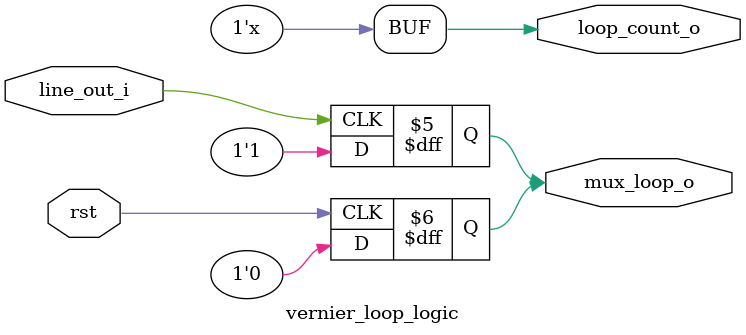
<source format=sv>


module vernier_loop_logic #(
	parameter B_COUNT=1) (
	input 	wire line_out_i,
	input 	wire rst,
	output 	reg mux_loop_o,
	output 	reg [B_COUNT-1:0] loop_count_o);

always @(posedge rst) begin
	mux_loop_o = 1'b0;
	loop_count_o = 0;
end

always @(line_out_i) begin
	loop_count_o <= loop_count_o + 1;
end

always @(posedge line_out_i) begin
	mux_loop_o = 1'b1;
end

endmodule

</source>
